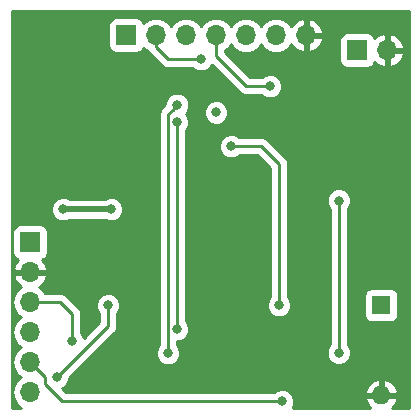
<source format=gbl>
G04 #@! TF.GenerationSoftware,KiCad,Pcbnew,(5.0.0-3-g5ebb6b6)*
G04 #@! TF.CreationDate,2018-11-09T10:28:32+01:00*
G04 #@! TF.ProjectId,WifiModem_IIC+,576966694D6F64656D5F4949432B2E6B,rev?*
G04 #@! TF.SameCoordinates,Original*
G04 #@! TF.FileFunction,Copper,L2,Bot,Signal*
G04 #@! TF.FilePolarity,Positive*
%FSLAX46Y46*%
G04 Gerber Fmt 4.6, Leading zero omitted, Abs format (unit mm)*
G04 Created by KiCad (PCBNEW (5.0.0-3-g5ebb6b6)) date Friday, 09 November 2018 at 10:28:32*
%MOMM*%
%LPD*%
G01*
G04 APERTURE LIST*
G04 #@! TA.AperFunction,ComponentPad*
%ADD10O,1.700000X1.700000*%
G04 #@! TD*
G04 #@! TA.AperFunction,ComponentPad*
%ADD11R,1.700000X1.700000*%
G04 #@! TD*
G04 #@! TA.AperFunction,ComponentPad*
%ADD12O,1.600000X1.600000*%
G04 #@! TD*
G04 #@! TA.AperFunction,ComponentPad*
%ADD13R,1.600000X1.600000*%
G04 #@! TD*
G04 #@! TA.AperFunction,ViaPad*
%ADD14C,0.800000*%
G04 #@! TD*
G04 #@! TA.AperFunction,Conductor*
%ADD15C,0.508000*%
G04 #@! TD*
G04 #@! TA.AperFunction,Conductor*
%ADD16C,0.250000*%
G04 #@! TD*
G04 #@! TA.AperFunction,Conductor*
%ADD17C,0.254000*%
G04 #@! TD*
G04 APERTURE END LIST*
D10*
G04 #@! TO.P,J2,6*
G04 #@! TO.N,iDTR*
X112268000Y-81534000D03*
G04 #@! TO.P,J2,5*
G04 #@! TO.N,RESET*
X112268000Y-78994000D03*
G04 #@! TO.P,J2,4*
G04 #@! TO.N,TXD0*
X112268000Y-76454000D03*
G04 #@! TO.P,J2,3*
G04 #@! TO.N,RXD0*
X112268000Y-73914000D03*
G04 #@! TO.P,J2,2*
G04 #@! TO.N,GND*
X112268000Y-71374000D03*
D11*
G04 #@! TO.P,J2,1*
G04 #@! TO.N,+3V3*
X112268000Y-68834000D03*
G04 #@! TD*
D12*
G04 #@! TO.P,SW2,2*
G04 #@! TO.N,GND*
X141986000Y-81788000D03*
D13*
G04 #@! TO.P,SW2,1*
G04 #@! TO.N,GPIO16*
X141986000Y-74168000D03*
G04 #@! TD*
D11*
G04 #@! TO.P,J5,1*
G04 #@! TO.N,Net-(D1-Pad2)*
X139954000Y-52578000D03*
D10*
G04 #@! TO.P,J5,2*
G04 #@! TO.N,GND*
X142494000Y-52578000D03*
G04 #@! TD*
G04 #@! TO.P,J3,7*
G04 #@! TO.N,GND*
X135636000Y-51308000D03*
G04 #@! TO.P,J3,6*
G04 #@! TO.N,DSR*
X133096000Y-51308000D03*
G04 #@! TO.P,J3,5*
G04 #@! TO.N,DTR*
X130556000Y-51308000D03*
G04 #@! TO.P,J3,4*
G04 #@! TO.N,DCD*
X128016000Y-51308000D03*
G04 #@! TO.P,J3,3*
G04 #@! TO.N,Tx*
X125476000Y-51308000D03*
G04 #@! TO.P,J3,2*
G04 #@! TO.N,Rx*
X122936000Y-51308000D03*
D11*
G04 #@! TO.P,J3,1*
G04 #@! TO.N,Net-(J3-Pad1)*
X120396000Y-51308000D03*
G04 #@! TD*
D14*
G04 #@! TO.N,+3V3*
X128016000Y-57852000D03*
X115061988Y-66040000D03*
X119125984Y-66040000D03*
G04 #@! TO.N,GND*
X121412000Y-64770000D03*
X120650000Y-59436000D03*
X112014000Y-54102000D03*
X112014000Y-60198000D03*
X132334000Y-69850000D03*
X118618000Y-61976000D03*
X138684000Y-57150000D03*
X138684000Y-62484000D03*
X125730000Y-80264000D03*
G04 #@! TO.N,iDTR*
X118871998Y-74168000D03*
X114554004Y-80264000D03*
G04 #@! TO.N,DCD*
X132588014Y-55626000D03*
G04 #@! TO.N,Rx*
X126745998Y-53340000D03*
G04 #@! TO.N,Net-(R1-Pad2)*
X138398000Y-78200000D03*
X138398000Y-65310000D03*
G04 #@! TO.N,RESET*
X133603992Y-82296000D03*
G04 #@! TO.N,RXD0*
X115819347Y-77220653D03*
G04 #@! TO.N,GPIO5*
X123952000Y-78232000D03*
X124724303Y-57200441D03*
G04 #@! TO.N,GPIO4*
X124714000Y-58674000D03*
X124714000Y-76200000D03*
G04 #@! TO.N,GPIO14*
X133349994Y-74168000D03*
X129285984Y-60706000D03*
G04 #@! TD*
D15*
G04 #@! TO.N,+3V3*
X115062000Y-66040000D02*
X119125984Y-66040000D01*
D16*
G04 #@! TO.N,iDTR*
X118871998Y-75946006D02*
X114954003Y-79864001D01*
X118871998Y-74168000D02*
X118871998Y-75946006D01*
X114954003Y-79864001D02*
X114554004Y-80264000D01*
G04 #@! TO.N,DCD*
X128016000Y-51054000D02*
X128016000Y-51308000D01*
X130556000Y-55626000D02*
X132588014Y-55626000D01*
X128016000Y-53086000D02*
X130556000Y-55626000D01*
X128016000Y-51308000D02*
X128016000Y-53086000D01*
G04 #@! TO.N,Rx*
X122936000Y-51308000D02*
X122936000Y-51054000D01*
X123952000Y-53340000D02*
X126180313Y-53340000D01*
X126180313Y-53340000D02*
X126745998Y-53340000D01*
X122936000Y-52324000D02*
X123952000Y-53340000D01*
X122936000Y-51308000D02*
X122936000Y-52324000D01*
G04 #@! TO.N,Net-(R1-Pad2)*
X138398000Y-78200000D02*
X138398000Y-65310000D01*
G04 #@! TO.N,RESET*
X133038307Y-82296000D02*
X133603992Y-82296000D01*
X113538000Y-80829004D02*
X115004996Y-82296000D01*
X115004996Y-82296000D02*
X133038307Y-82296000D01*
X113538000Y-80264000D02*
X113538000Y-80829004D01*
X112268000Y-78994000D02*
X113538000Y-80264000D01*
G04 #@! TO.N,RXD0*
X115819347Y-74925347D02*
X114808000Y-73914000D01*
X114808000Y-73914000D02*
X112268000Y-73914000D01*
X115819347Y-77220653D02*
X115819347Y-74925347D01*
G04 #@! TO.N,GPIO5*
X123952000Y-78232000D02*
X123952000Y-57972744D01*
X123952000Y-57972744D02*
X124324304Y-57600440D01*
X124324304Y-57600440D02*
X124724303Y-57200441D01*
G04 #@! TO.N,GPIO4*
X124714000Y-58674000D02*
X124714000Y-76200000D01*
G04 #@! TO.N,GPIO14*
X129685983Y-60706000D02*
X129285984Y-60706000D01*
X131826000Y-60706000D02*
X129685983Y-60706000D01*
X133349994Y-62229994D02*
X131826000Y-60706000D01*
X133349994Y-74168000D02*
X133349994Y-62229994D01*
G04 #@! TD*
D17*
G04 #@! TO.N,GND*
G36*
X144324001Y-82831000D02*
X142931003Y-82831000D01*
X143138389Y-82643134D01*
X143377914Y-82137041D01*
X143256629Y-81915000D01*
X142113000Y-81915000D01*
X142113000Y-81935000D01*
X141859000Y-81935000D01*
X141859000Y-81915000D01*
X140715371Y-81915000D01*
X140594086Y-82137041D01*
X140833611Y-82643134D01*
X141040997Y-82831000D01*
X134502664Y-82831000D01*
X134638992Y-82501874D01*
X134638992Y-82090126D01*
X134481423Y-81709720D01*
X134210662Y-81438959D01*
X140594086Y-81438959D01*
X140715371Y-81661000D01*
X141859000Y-81661000D01*
X141859000Y-80518085D01*
X142113000Y-80518085D01*
X142113000Y-81661000D01*
X143256629Y-81661000D01*
X143377914Y-81438959D01*
X143138389Y-80932866D01*
X142723423Y-80556959D01*
X142335039Y-80396096D01*
X142113000Y-80518085D01*
X141859000Y-80518085D01*
X141636961Y-80396096D01*
X141248577Y-80556959D01*
X140833611Y-80932866D01*
X140594086Y-81438959D01*
X134210662Y-81438959D01*
X134190272Y-81418569D01*
X133809866Y-81261000D01*
X133398118Y-81261000D01*
X133017712Y-81418569D01*
X132900281Y-81536000D01*
X115319798Y-81536000D01*
X114988217Y-81204419D01*
X115140284Y-81141431D01*
X115431435Y-80850280D01*
X115589004Y-80469874D01*
X115589004Y-80303801D01*
X117866679Y-78026126D01*
X122917000Y-78026126D01*
X122917000Y-78437874D01*
X123074569Y-78818280D01*
X123365720Y-79109431D01*
X123746126Y-79267000D01*
X124157874Y-79267000D01*
X124538280Y-79109431D01*
X124829431Y-78818280D01*
X124987000Y-78437874D01*
X124987000Y-78026126D01*
X124829431Y-77645720D01*
X124712000Y-77528289D01*
X124712000Y-77235000D01*
X124919874Y-77235000D01*
X125300280Y-77077431D01*
X125591431Y-76786280D01*
X125749000Y-76405874D01*
X125749000Y-75994126D01*
X125591431Y-75613720D01*
X125474000Y-75496289D01*
X125474000Y-60500126D01*
X128250984Y-60500126D01*
X128250984Y-60911874D01*
X128408553Y-61292280D01*
X128699704Y-61583431D01*
X129080110Y-61741000D01*
X129491858Y-61741000D01*
X129872264Y-61583431D01*
X129989695Y-61466000D01*
X131511199Y-61466000D01*
X132589995Y-62544797D01*
X132589994Y-73464289D01*
X132472563Y-73581720D01*
X132314994Y-73962126D01*
X132314994Y-74373874D01*
X132472563Y-74754280D01*
X132763714Y-75045431D01*
X133144120Y-75203000D01*
X133555868Y-75203000D01*
X133936274Y-75045431D01*
X134227425Y-74754280D01*
X134384994Y-74373874D01*
X134384994Y-73962126D01*
X134227425Y-73581720D01*
X134109994Y-73464289D01*
X134109994Y-65104126D01*
X137363000Y-65104126D01*
X137363000Y-65515874D01*
X137520569Y-65896280D01*
X137638001Y-66013712D01*
X137638000Y-77496289D01*
X137520569Y-77613720D01*
X137363000Y-77994126D01*
X137363000Y-78405874D01*
X137520569Y-78786280D01*
X137811720Y-79077431D01*
X138192126Y-79235000D01*
X138603874Y-79235000D01*
X138984280Y-79077431D01*
X139275431Y-78786280D01*
X139433000Y-78405874D01*
X139433000Y-77994126D01*
X139275431Y-77613720D01*
X139158000Y-77496289D01*
X139158000Y-73368000D01*
X140538560Y-73368000D01*
X140538560Y-74968000D01*
X140587843Y-75215765D01*
X140728191Y-75425809D01*
X140938235Y-75566157D01*
X141186000Y-75615440D01*
X142786000Y-75615440D01*
X143033765Y-75566157D01*
X143243809Y-75425809D01*
X143384157Y-75215765D01*
X143433440Y-74968000D01*
X143433440Y-73368000D01*
X143384157Y-73120235D01*
X143243809Y-72910191D01*
X143033765Y-72769843D01*
X142786000Y-72720560D01*
X141186000Y-72720560D01*
X140938235Y-72769843D01*
X140728191Y-72910191D01*
X140587843Y-73120235D01*
X140538560Y-73368000D01*
X139158000Y-73368000D01*
X139158000Y-66013711D01*
X139275431Y-65896280D01*
X139433000Y-65515874D01*
X139433000Y-65104126D01*
X139275431Y-64723720D01*
X138984280Y-64432569D01*
X138603874Y-64275000D01*
X138192126Y-64275000D01*
X137811720Y-64432569D01*
X137520569Y-64723720D01*
X137363000Y-65104126D01*
X134109994Y-65104126D01*
X134109994Y-62304841D01*
X134124882Y-62229994D01*
X134109994Y-62155147D01*
X134109994Y-62155142D01*
X134065898Y-61933457D01*
X133897923Y-61682065D01*
X133834467Y-61639665D01*
X132416331Y-60221530D01*
X132373929Y-60158071D01*
X132122537Y-59990096D01*
X131900852Y-59946000D01*
X131900847Y-59946000D01*
X131826000Y-59931112D01*
X131751153Y-59946000D01*
X129989695Y-59946000D01*
X129872264Y-59828569D01*
X129491858Y-59671000D01*
X129080110Y-59671000D01*
X128699704Y-59828569D01*
X128408553Y-60119720D01*
X128250984Y-60500126D01*
X125474000Y-60500126D01*
X125474000Y-59377711D01*
X125591431Y-59260280D01*
X125749000Y-58879874D01*
X125749000Y-58468126D01*
X125591431Y-58087720D01*
X125446083Y-57942372D01*
X125601734Y-57786721D01*
X125659970Y-57646126D01*
X126981000Y-57646126D01*
X126981000Y-58057874D01*
X127138569Y-58438280D01*
X127429720Y-58729431D01*
X127810126Y-58887000D01*
X128221874Y-58887000D01*
X128602280Y-58729431D01*
X128893431Y-58438280D01*
X129051000Y-58057874D01*
X129051000Y-57646126D01*
X128893431Y-57265720D01*
X128602280Y-56974569D01*
X128221874Y-56817000D01*
X127810126Y-56817000D01*
X127429720Y-56974569D01*
X127138569Y-57265720D01*
X126981000Y-57646126D01*
X125659970Y-57646126D01*
X125759303Y-57406315D01*
X125759303Y-56994567D01*
X125601734Y-56614161D01*
X125310583Y-56323010D01*
X124930177Y-56165441D01*
X124518429Y-56165441D01*
X124138023Y-56323010D01*
X123846872Y-56614161D01*
X123689303Y-56994567D01*
X123689303Y-57160639D01*
X123467527Y-57382415D01*
X123404072Y-57424815D01*
X123361672Y-57488271D01*
X123361671Y-57488272D01*
X123236097Y-57676207D01*
X123177112Y-57972744D01*
X123192001Y-58047596D01*
X123192000Y-77528289D01*
X123074569Y-77645720D01*
X122917000Y-78026126D01*
X117866679Y-78026126D01*
X119356471Y-76536335D01*
X119419927Y-76493935D01*
X119478768Y-76405874D01*
X119587902Y-76242544D01*
X119599218Y-76185653D01*
X119631998Y-76020858D01*
X119631998Y-76020854D01*
X119646886Y-75946006D01*
X119631998Y-75871158D01*
X119631998Y-74871711D01*
X119749429Y-74754280D01*
X119906998Y-74373874D01*
X119906998Y-73962126D01*
X119749429Y-73581720D01*
X119458278Y-73290569D01*
X119077872Y-73133000D01*
X118666124Y-73133000D01*
X118285718Y-73290569D01*
X117994567Y-73581720D01*
X117836998Y-73962126D01*
X117836998Y-74373874D01*
X117994567Y-74754280D01*
X118111998Y-74871711D01*
X118111999Y-75631203D01*
X116817465Y-76925738D01*
X116696778Y-76634373D01*
X116579347Y-76516942D01*
X116579347Y-75000195D01*
X116594235Y-74925347D01*
X116579347Y-74850499D01*
X116579347Y-74850495D01*
X116535251Y-74628810D01*
X116367276Y-74377418D01*
X116303820Y-74335018D01*
X115398331Y-73429530D01*
X115355929Y-73366071D01*
X115104537Y-73198096D01*
X114882852Y-73154000D01*
X114882847Y-73154000D01*
X114808000Y-73139112D01*
X114733153Y-73154000D01*
X113546178Y-73154000D01*
X113338625Y-72843375D01*
X113019522Y-72630157D01*
X113149358Y-72569183D01*
X113539645Y-72140924D01*
X113709476Y-71730890D01*
X113588155Y-71501000D01*
X112395000Y-71501000D01*
X112395000Y-71521000D01*
X112141000Y-71521000D01*
X112141000Y-71501000D01*
X110947845Y-71501000D01*
X110826524Y-71730890D01*
X110996355Y-72140924D01*
X111386642Y-72569183D01*
X111516478Y-72630157D01*
X111197375Y-72843375D01*
X110869161Y-73334582D01*
X110753908Y-73914000D01*
X110869161Y-74493418D01*
X111197375Y-74984625D01*
X111495761Y-75184000D01*
X111197375Y-75383375D01*
X110869161Y-75874582D01*
X110753908Y-76454000D01*
X110869161Y-77033418D01*
X111197375Y-77524625D01*
X111495761Y-77724000D01*
X111197375Y-77923375D01*
X110869161Y-78414582D01*
X110753908Y-78994000D01*
X110869161Y-79573418D01*
X111197375Y-80064625D01*
X111495761Y-80264000D01*
X111197375Y-80463375D01*
X110869161Y-80954582D01*
X110753908Y-81534000D01*
X110869161Y-82113418D01*
X111197375Y-82604625D01*
X111536169Y-82831000D01*
X110692000Y-82831000D01*
X110692000Y-67984000D01*
X110770560Y-67984000D01*
X110770560Y-69684000D01*
X110819843Y-69931765D01*
X110960191Y-70141809D01*
X111170235Y-70282157D01*
X111273708Y-70302739D01*
X110996355Y-70607076D01*
X110826524Y-71017110D01*
X110947845Y-71247000D01*
X112141000Y-71247000D01*
X112141000Y-71227000D01*
X112395000Y-71227000D01*
X112395000Y-71247000D01*
X113588155Y-71247000D01*
X113709476Y-71017110D01*
X113539645Y-70607076D01*
X113262292Y-70302739D01*
X113365765Y-70282157D01*
X113575809Y-70141809D01*
X113716157Y-69931765D01*
X113765440Y-69684000D01*
X113765440Y-67984000D01*
X113716157Y-67736235D01*
X113575809Y-67526191D01*
X113365765Y-67385843D01*
X113118000Y-67336560D01*
X111418000Y-67336560D01*
X111170235Y-67385843D01*
X110960191Y-67526191D01*
X110819843Y-67736235D01*
X110770560Y-67984000D01*
X110692000Y-67984000D01*
X110692000Y-65834126D01*
X114026988Y-65834126D01*
X114026988Y-66245874D01*
X114184557Y-66626280D01*
X114475708Y-66917431D01*
X114856114Y-67075000D01*
X115267862Y-67075000D01*
X115620338Y-66929000D01*
X118567634Y-66929000D01*
X118920110Y-67075000D01*
X119331858Y-67075000D01*
X119712264Y-66917431D01*
X120003415Y-66626280D01*
X120160984Y-66245874D01*
X120160984Y-65834126D01*
X120003415Y-65453720D01*
X119712264Y-65162569D01*
X119331858Y-65005000D01*
X118920110Y-65005000D01*
X118567634Y-65151000D01*
X115620338Y-65151000D01*
X115267862Y-65005000D01*
X114856114Y-65005000D01*
X114475708Y-65162569D01*
X114184557Y-65453720D01*
X114026988Y-65834126D01*
X110692000Y-65834126D01*
X110692000Y-50458000D01*
X118898560Y-50458000D01*
X118898560Y-52158000D01*
X118947843Y-52405765D01*
X119088191Y-52615809D01*
X119298235Y-52756157D01*
X119546000Y-52805440D01*
X121246000Y-52805440D01*
X121493765Y-52756157D01*
X121703809Y-52615809D01*
X121844157Y-52405765D01*
X121853184Y-52360381D01*
X121865375Y-52378625D01*
X122218974Y-52614892D01*
X122220097Y-52620537D01*
X122334713Y-52792071D01*
X122388072Y-52871929D01*
X122451528Y-52914329D01*
X123361671Y-53824473D01*
X123404071Y-53887929D01*
X123655463Y-54055904D01*
X123877148Y-54100000D01*
X123877153Y-54100000D01*
X123952000Y-54114888D01*
X124026847Y-54100000D01*
X126042287Y-54100000D01*
X126159718Y-54217431D01*
X126540124Y-54375000D01*
X126951872Y-54375000D01*
X127332278Y-54217431D01*
X127623429Y-53926280D01*
X127669721Y-53814522D01*
X129965673Y-56110476D01*
X130008071Y-56173929D01*
X130071524Y-56216327D01*
X130071526Y-56216329D01*
X130196902Y-56300102D01*
X130259463Y-56341904D01*
X130481148Y-56386000D01*
X130481152Y-56386000D01*
X130555999Y-56400888D01*
X130630846Y-56386000D01*
X131884303Y-56386000D01*
X132001734Y-56503431D01*
X132382140Y-56661000D01*
X132793888Y-56661000D01*
X133174294Y-56503431D01*
X133465445Y-56212280D01*
X133623014Y-55831874D01*
X133623014Y-55420126D01*
X133465445Y-55039720D01*
X133174294Y-54748569D01*
X132793888Y-54591000D01*
X132382140Y-54591000D01*
X132001734Y-54748569D01*
X131884303Y-54866000D01*
X130870803Y-54866000D01*
X128776000Y-52771199D01*
X128776000Y-52586178D01*
X129086625Y-52378625D01*
X129286000Y-52080239D01*
X129485375Y-52378625D01*
X129976582Y-52706839D01*
X130409744Y-52793000D01*
X130702256Y-52793000D01*
X131135418Y-52706839D01*
X131626625Y-52378625D01*
X131826000Y-52080239D01*
X132025375Y-52378625D01*
X132516582Y-52706839D01*
X132949744Y-52793000D01*
X133242256Y-52793000D01*
X133675418Y-52706839D01*
X134166625Y-52378625D01*
X134379843Y-52059522D01*
X134440817Y-52189358D01*
X134869076Y-52579645D01*
X135279110Y-52749476D01*
X135509000Y-52628155D01*
X135509000Y-51435000D01*
X135763000Y-51435000D01*
X135763000Y-52628155D01*
X135992890Y-52749476D01*
X136402924Y-52579645D01*
X136831183Y-52189358D01*
X137047848Y-51728000D01*
X138456560Y-51728000D01*
X138456560Y-53428000D01*
X138505843Y-53675765D01*
X138646191Y-53885809D01*
X138856235Y-54026157D01*
X139104000Y-54075440D01*
X140804000Y-54075440D01*
X141051765Y-54026157D01*
X141261809Y-53885809D01*
X141402157Y-53675765D01*
X141422739Y-53572292D01*
X141727076Y-53849645D01*
X142137110Y-54019476D01*
X142367000Y-53898155D01*
X142367000Y-52705000D01*
X142621000Y-52705000D01*
X142621000Y-53898155D01*
X142850890Y-54019476D01*
X143260924Y-53849645D01*
X143689183Y-53459358D01*
X143935486Y-52934892D01*
X143814819Y-52705000D01*
X142621000Y-52705000D01*
X142367000Y-52705000D01*
X142347000Y-52705000D01*
X142347000Y-52451000D01*
X142367000Y-52451000D01*
X142367000Y-51257845D01*
X142621000Y-51257845D01*
X142621000Y-52451000D01*
X143814819Y-52451000D01*
X143935486Y-52221108D01*
X143689183Y-51696642D01*
X143260924Y-51306355D01*
X142850890Y-51136524D01*
X142621000Y-51257845D01*
X142367000Y-51257845D01*
X142137110Y-51136524D01*
X141727076Y-51306355D01*
X141422739Y-51583708D01*
X141402157Y-51480235D01*
X141261809Y-51270191D01*
X141051765Y-51129843D01*
X140804000Y-51080560D01*
X139104000Y-51080560D01*
X138856235Y-51129843D01*
X138646191Y-51270191D01*
X138505843Y-51480235D01*
X138456560Y-51728000D01*
X137047848Y-51728000D01*
X137077486Y-51664892D01*
X136956819Y-51435000D01*
X135763000Y-51435000D01*
X135509000Y-51435000D01*
X135489000Y-51435000D01*
X135489000Y-51181000D01*
X135509000Y-51181000D01*
X135509000Y-49987845D01*
X135763000Y-49987845D01*
X135763000Y-51181000D01*
X136956819Y-51181000D01*
X137077486Y-50951108D01*
X136831183Y-50426642D01*
X136402924Y-50036355D01*
X135992890Y-49866524D01*
X135763000Y-49987845D01*
X135509000Y-49987845D01*
X135279110Y-49866524D01*
X134869076Y-50036355D01*
X134440817Y-50426642D01*
X134379843Y-50556478D01*
X134166625Y-50237375D01*
X133675418Y-49909161D01*
X133242256Y-49823000D01*
X132949744Y-49823000D01*
X132516582Y-49909161D01*
X132025375Y-50237375D01*
X131826000Y-50535761D01*
X131626625Y-50237375D01*
X131135418Y-49909161D01*
X130702256Y-49823000D01*
X130409744Y-49823000D01*
X129976582Y-49909161D01*
X129485375Y-50237375D01*
X129286000Y-50535761D01*
X129086625Y-50237375D01*
X128595418Y-49909161D01*
X128162256Y-49823000D01*
X127869744Y-49823000D01*
X127436582Y-49909161D01*
X126945375Y-50237375D01*
X126746000Y-50535761D01*
X126546625Y-50237375D01*
X126055418Y-49909161D01*
X125622256Y-49823000D01*
X125329744Y-49823000D01*
X124896582Y-49909161D01*
X124405375Y-50237375D01*
X124206000Y-50535761D01*
X124006625Y-50237375D01*
X123515418Y-49909161D01*
X123082256Y-49823000D01*
X122789744Y-49823000D01*
X122356582Y-49909161D01*
X121865375Y-50237375D01*
X121853184Y-50255619D01*
X121844157Y-50210235D01*
X121703809Y-50000191D01*
X121493765Y-49859843D01*
X121246000Y-49810560D01*
X119546000Y-49810560D01*
X119298235Y-49859843D01*
X119088191Y-50000191D01*
X118947843Y-50210235D01*
X118898560Y-50458000D01*
X110692000Y-50458000D01*
X110692000Y-49249000D01*
X144324000Y-49249000D01*
X144324001Y-82831000D01*
X144324001Y-82831000D01*
G37*
X144324001Y-82831000D02*
X142931003Y-82831000D01*
X143138389Y-82643134D01*
X143377914Y-82137041D01*
X143256629Y-81915000D01*
X142113000Y-81915000D01*
X142113000Y-81935000D01*
X141859000Y-81935000D01*
X141859000Y-81915000D01*
X140715371Y-81915000D01*
X140594086Y-82137041D01*
X140833611Y-82643134D01*
X141040997Y-82831000D01*
X134502664Y-82831000D01*
X134638992Y-82501874D01*
X134638992Y-82090126D01*
X134481423Y-81709720D01*
X134210662Y-81438959D01*
X140594086Y-81438959D01*
X140715371Y-81661000D01*
X141859000Y-81661000D01*
X141859000Y-80518085D01*
X142113000Y-80518085D01*
X142113000Y-81661000D01*
X143256629Y-81661000D01*
X143377914Y-81438959D01*
X143138389Y-80932866D01*
X142723423Y-80556959D01*
X142335039Y-80396096D01*
X142113000Y-80518085D01*
X141859000Y-80518085D01*
X141636961Y-80396096D01*
X141248577Y-80556959D01*
X140833611Y-80932866D01*
X140594086Y-81438959D01*
X134210662Y-81438959D01*
X134190272Y-81418569D01*
X133809866Y-81261000D01*
X133398118Y-81261000D01*
X133017712Y-81418569D01*
X132900281Y-81536000D01*
X115319798Y-81536000D01*
X114988217Y-81204419D01*
X115140284Y-81141431D01*
X115431435Y-80850280D01*
X115589004Y-80469874D01*
X115589004Y-80303801D01*
X117866679Y-78026126D01*
X122917000Y-78026126D01*
X122917000Y-78437874D01*
X123074569Y-78818280D01*
X123365720Y-79109431D01*
X123746126Y-79267000D01*
X124157874Y-79267000D01*
X124538280Y-79109431D01*
X124829431Y-78818280D01*
X124987000Y-78437874D01*
X124987000Y-78026126D01*
X124829431Y-77645720D01*
X124712000Y-77528289D01*
X124712000Y-77235000D01*
X124919874Y-77235000D01*
X125300280Y-77077431D01*
X125591431Y-76786280D01*
X125749000Y-76405874D01*
X125749000Y-75994126D01*
X125591431Y-75613720D01*
X125474000Y-75496289D01*
X125474000Y-60500126D01*
X128250984Y-60500126D01*
X128250984Y-60911874D01*
X128408553Y-61292280D01*
X128699704Y-61583431D01*
X129080110Y-61741000D01*
X129491858Y-61741000D01*
X129872264Y-61583431D01*
X129989695Y-61466000D01*
X131511199Y-61466000D01*
X132589995Y-62544797D01*
X132589994Y-73464289D01*
X132472563Y-73581720D01*
X132314994Y-73962126D01*
X132314994Y-74373874D01*
X132472563Y-74754280D01*
X132763714Y-75045431D01*
X133144120Y-75203000D01*
X133555868Y-75203000D01*
X133936274Y-75045431D01*
X134227425Y-74754280D01*
X134384994Y-74373874D01*
X134384994Y-73962126D01*
X134227425Y-73581720D01*
X134109994Y-73464289D01*
X134109994Y-65104126D01*
X137363000Y-65104126D01*
X137363000Y-65515874D01*
X137520569Y-65896280D01*
X137638001Y-66013712D01*
X137638000Y-77496289D01*
X137520569Y-77613720D01*
X137363000Y-77994126D01*
X137363000Y-78405874D01*
X137520569Y-78786280D01*
X137811720Y-79077431D01*
X138192126Y-79235000D01*
X138603874Y-79235000D01*
X138984280Y-79077431D01*
X139275431Y-78786280D01*
X139433000Y-78405874D01*
X139433000Y-77994126D01*
X139275431Y-77613720D01*
X139158000Y-77496289D01*
X139158000Y-73368000D01*
X140538560Y-73368000D01*
X140538560Y-74968000D01*
X140587843Y-75215765D01*
X140728191Y-75425809D01*
X140938235Y-75566157D01*
X141186000Y-75615440D01*
X142786000Y-75615440D01*
X143033765Y-75566157D01*
X143243809Y-75425809D01*
X143384157Y-75215765D01*
X143433440Y-74968000D01*
X143433440Y-73368000D01*
X143384157Y-73120235D01*
X143243809Y-72910191D01*
X143033765Y-72769843D01*
X142786000Y-72720560D01*
X141186000Y-72720560D01*
X140938235Y-72769843D01*
X140728191Y-72910191D01*
X140587843Y-73120235D01*
X140538560Y-73368000D01*
X139158000Y-73368000D01*
X139158000Y-66013711D01*
X139275431Y-65896280D01*
X139433000Y-65515874D01*
X139433000Y-65104126D01*
X139275431Y-64723720D01*
X138984280Y-64432569D01*
X138603874Y-64275000D01*
X138192126Y-64275000D01*
X137811720Y-64432569D01*
X137520569Y-64723720D01*
X137363000Y-65104126D01*
X134109994Y-65104126D01*
X134109994Y-62304841D01*
X134124882Y-62229994D01*
X134109994Y-62155147D01*
X134109994Y-62155142D01*
X134065898Y-61933457D01*
X133897923Y-61682065D01*
X133834467Y-61639665D01*
X132416331Y-60221530D01*
X132373929Y-60158071D01*
X132122537Y-59990096D01*
X131900852Y-59946000D01*
X131900847Y-59946000D01*
X131826000Y-59931112D01*
X131751153Y-59946000D01*
X129989695Y-59946000D01*
X129872264Y-59828569D01*
X129491858Y-59671000D01*
X129080110Y-59671000D01*
X128699704Y-59828569D01*
X128408553Y-60119720D01*
X128250984Y-60500126D01*
X125474000Y-60500126D01*
X125474000Y-59377711D01*
X125591431Y-59260280D01*
X125749000Y-58879874D01*
X125749000Y-58468126D01*
X125591431Y-58087720D01*
X125446083Y-57942372D01*
X125601734Y-57786721D01*
X125659970Y-57646126D01*
X126981000Y-57646126D01*
X126981000Y-58057874D01*
X127138569Y-58438280D01*
X127429720Y-58729431D01*
X127810126Y-58887000D01*
X128221874Y-58887000D01*
X128602280Y-58729431D01*
X128893431Y-58438280D01*
X129051000Y-58057874D01*
X129051000Y-57646126D01*
X128893431Y-57265720D01*
X128602280Y-56974569D01*
X128221874Y-56817000D01*
X127810126Y-56817000D01*
X127429720Y-56974569D01*
X127138569Y-57265720D01*
X126981000Y-57646126D01*
X125659970Y-57646126D01*
X125759303Y-57406315D01*
X125759303Y-56994567D01*
X125601734Y-56614161D01*
X125310583Y-56323010D01*
X124930177Y-56165441D01*
X124518429Y-56165441D01*
X124138023Y-56323010D01*
X123846872Y-56614161D01*
X123689303Y-56994567D01*
X123689303Y-57160639D01*
X123467527Y-57382415D01*
X123404072Y-57424815D01*
X123361672Y-57488271D01*
X123361671Y-57488272D01*
X123236097Y-57676207D01*
X123177112Y-57972744D01*
X123192001Y-58047596D01*
X123192000Y-77528289D01*
X123074569Y-77645720D01*
X122917000Y-78026126D01*
X117866679Y-78026126D01*
X119356471Y-76536335D01*
X119419927Y-76493935D01*
X119478768Y-76405874D01*
X119587902Y-76242544D01*
X119599218Y-76185653D01*
X119631998Y-76020858D01*
X119631998Y-76020854D01*
X119646886Y-75946006D01*
X119631998Y-75871158D01*
X119631998Y-74871711D01*
X119749429Y-74754280D01*
X119906998Y-74373874D01*
X119906998Y-73962126D01*
X119749429Y-73581720D01*
X119458278Y-73290569D01*
X119077872Y-73133000D01*
X118666124Y-73133000D01*
X118285718Y-73290569D01*
X117994567Y-73581720D01*
X117836998Y-73962126D01*
X117836998Y-74373874D01*
X117994567Y-74754280D01*
X118111998Y-74871711D01*
X118111999Y-75631203D01*
X116817465Y-76925738D01*
X116696778Y-76634373D01*
X116579347Y-76516942D01*
X116579347Y-75000195D01*
X116594235Y-74925347D01*
X116579347Y-74850499D01*
X116579347Y-74850495D01*
X116535251Y-74628810D01*
X116367276Y-74377418D01*
X116303820Y-74335018D01*
X115398331Y-73429530D01*
X115355929Y-73366071D01*
X115104537Y-73198096D01*
X114882852Y-73154000D01*
X114882847Y-73154000D01*
X114808000Y-73139112D01*
X114733153Y-73154000D01*
X113546178Y-73154000D01*
X113338625Y-72843375D01*
X113019522Y-72630157D01*
X113149358Y-72569183D01*
X113539645Y-72140924D01*
X113709476Y-71730890D01*
X113588155Y-71501000D01*
X112395000Y-71501000D01*
X112395000Y-71521000D01*
X112141000Y-71521000D01*
X112141000Y-71501000D01*
X110947845Y-71501000D01*
X110826524Y-71730890D01*
X110996355Y-72140924D01*
X111386642Y-72569183D01*
X111516478Y-72630157D01*
X111197375Y-72843375D01*
X110869161Y-73334582D01*
X110753908Y-73914000D01*
X110869161Y-74493418D01*
X111197375Y-74984625D01*
X111495761Y-75184000D01*
X111197375Y-75383375D01*
X110869161Y-75874582D01*
X110753908Y-76454000D01*
X110869161Y-77033418D01*
X111197375Y-77524625D01*
X111495761Y-77724000D01*
X111197375Y-77923375D01*
X110869161Y-78414582D01*
X110753908Y-78994000D01*
X110869161Y-79573418D01*
X111197375Y-80064625D01*
X111495761Y-80264000D01*
X111197375Y-80463375D01*
X110869161Y-80954582D01*
X110753908Y-81534000D01*
X110869161Y-82113418D01*
X111197375Y-82604625D01*
X111536169Y-82831000D01*
X110692000Y-82831000D01*
X110692000Y-67984000D01*
X110770560Y-67984000D01*
X110770560Y-69684000D01*
X110819843Y-69931765D01*
X110960191Y-70141809D01*
X111170235Y-70282157D01*
X111273708Y-70302739D01*
X110996355Y-70607076D01*
X110826524Y-71017110D01*
X110947845Y-71247000D01*
X112141000Y-71247000D01*
X112141000Y-71227000D01*
X112395000Y-71227000D01*
X112395000Y-71247000D01*
X113588155Y-71247000D01*
X113709476Y-71017110D01*
X113539645Y-70607076D01*
X113262292Y-70302739D01*
X113365765Y-70282157D01*
X113575809Y-70141809D01*
X113716157Y-69931765D01*
X113765440Y-69684000D01*
X113765440Y-67984000D01*
X113716157Y-67736235D01*
X113575809Y-67526191D01*
X113365765Y-67385843D01*
X113118000Y-67336560D01*
X111418000Y-67336560D01*
X111170235Y-67385843D01*
X110960191Y-67526191D01*
X110819843Y-67736235D01*
X110770560Y-67984000D01*
X110692000Y-67984000D01*
X110692000Y-65834126D01*
X114026988Y-65834126D01*
X114026988Y-66245874D01*
X114184557Y-66626280D01*
X114475708Y-66917431D01*
X114856114Y-67075000D01*
X115267862Y-67075000D01*
X115620338Y-66929000D01*
X118567634Y-66929000D01*
X118920110Y-67075000D01*
X119331858Y-67075000D01*
X119712264Y-66917431D01*
X120003415Y-66626280D01*
X120160984Y-66245874D01*
X120160984Y-65834126D01*
X120003415Y-65453720D01*
X119712264Y-65162569D01*
X119331858Y-65005000D01*
X118920110Y-65005000D01*
X118567634Y-65151000D01*
X115620338Y-65151000D01*
X115267862Y-65005000D01*
X114856114Y-65005000D01*
X114475708Y-65162569D01*
X114184557Y-65453720D01*
X114026988Y-65834126D01*
X110692000Y-65834126D01*
X110692000Y-50458000D01*
X118898560Y-50458000D01*
X118898560Y-52158000D01*
X118947843Y-52405765D01*
X119088191Y-52615809D01*
X119298235Y-52756157D01*
X119546000Y-52805440D01*
X121246000Y-52805440D01*
X121493765Y-52756157D01*
X121703809Y-52615809D01*
X121844157Y-52405765D01*
X121853184Y-52360381D01*
X121865375Y-52378625D01*
X122218974Y-52614892D01*
X122220097Y-52620537D01*
X122334713Y-52792071D01*
X122388072Y-52871929D01*
X122451528Y-52914329D01*
X123361671Y-53824473D01*
X123404071Y-53887929D01*
X123655463Y-54055904D01*
X123877148Y-54100000D01*
X123877153Y-54100000D01*
X123952000Y-54114888D01*
X124026847Y-54100000D01*
X126042287Y-54100000D01*
X126159718Y-54217431D01*
X126540124Y-54375000D01*
X126951872Y-54375000D01*
X127332278Y-54217431D01*
X127623429Y-53926280D01*
X127669721Y-53814522D01*
X129965673Y-56110476D01*
X130008071Y-56173929D01*
X130071524Y-56216327D01*
X130071526Y-56216329D01*
X130196902Y-56300102D01*
X130259463Y-56341904D01*
X130481148Y-56386000D01*
X130481152Y-56386000D01*
X130555999Y-56400888D01*
X130630846Y-56386000D01*
X131884303Y-56386000D01*
X132001734Y-56503431D01*
X132382140Y-56661000D01*
X132793888Y-56661000D01*
X133174294Y-56503431D01*
X133465445Y-56212280D01*
X133623014Y-55831874D01*
X133623014Y-55420126D01*
X133465445Y-55039720D01*
X133174294Y-54748569D01*
X132793888Y-54591000D01*
X132382140Y-54591000D01*
X132001734Y-54748569D01*
X131884303Y-54866000D01*
X130870803Y-54866000D01*
X128776000Y-52771199D01*
X128776000Y-52586178D01*
X129086625Y-52378625D01*
X129286000Y-52080239D01*
X129485375Y-52378625D01*
X129976582Y-52706839D01*
X130409744Y-52793000D01*
X130702256Y-52793000D01*
X131135418Y-52706839D01*
X131626625Y-52378625D01*
X131826000Y-52080239D01*
X132025375Y-52378625D01*
X132516582Y-52706839D01*
X132949744Y-52793000D01*
X133242256Y-52793000D01*
X133675418Y-52706839D01*
X134166625Y-52378625D01*
X134379843Y-52059522D01*
X134440817Y-52189358D01*
X134869076Y-52579645D01*
X135279110Y-52749476D01*
X135509000Y-52628155D01*
X135509000Y-51435000D01*
X135763000Y-51435000D01*
X135763000Y-52628155D01*
X135992890Y-52749476D01*
X136402924Y-52579645D01*
X136831183Y-52189358D01*
X137047848Y-51728000D01*
X138456560Y-51728000D01*
X138456560Y-53428000D01*
X138505843Y-53675765D01*
X138646191Y-53885809D01*
X138856235Y-54026157D01*
X139104000Y-54075440D01*
X140804000Y-54075440D01*
X141051765Y-54026157D01*
X141261809Y-53885809D01*
X141402157Y-53675765D01*
X141422739Y-53572292D01*
X141727076Y-53849645D01*
X142137110Y-54019476D01*
X142367000Y-53898155D01*
X142367000Y-52705000D01*
X142621000Y-52705000D01*
X142621000Y-53898155D01*
X142850890Y-54019476D01*
X143260924Y-53849645D01*
X143689183Y-53459358D01*
X143935486Y-52934892D01*
X143814819Y-52705000D01*
X142621000Y-52705000D01*
X142367000Y-52705000D01*
X142347000Y-52705000D01*
X142347000Y-52451000D01*
X142367000Y-52451000D01*
X142367000Y-51257845D01*
X142621000Y-51257845D01*
X142621000Y-52451000D01*
X143814819Y-52451000D01*
X143935486Y-52221108D01*
X143689183Y-51696642D01*
X143260924Y-51306355D01*
X142850890Y-51136524D01*
X142621000Y-51257845D01*
X142367000Y-51257845D01*
X142137110Y-51136524D01*
X141727076Y-51306355D01*
X141422739Y-51583708D01*
X141402157Y-51480235D01*
X141261809Y-51270191D01*
X141051765Y-51129843D01*
X140804000Y-51080560D01*
X139104000Y-51080560D01*
X138856235Y-51129843D01*
X138646191Y-51270191D01*
X138505843Y-51480235D01*
X138456560Y-51728000D01*
X137047848Y-51728000D01*
X137077486Y-51664892D01*
X136956819Y-51435000D01*
X135763000Y-51435000D01*
X135509000Y-51435000D01*
X135489000Y-51435000D01*
X135489000Y-51181000D01*
X135509000Y-51181000D01*
X135509000Y-49987845D01*
X135763000Y-49987845D01*
X135763000Y-51181000D01*
X136956819Y-51181000D01*
X137077486Y-50951108D01*
X136831183Y-50426642D01*
X136402924Y-50036355D01*
X135992890Y-49866524D01*
X135763000Y-49987845D01*
X135509000Y-49987845D01*
X135279110Y-49866524D01*
X134869076Y-50036355D01*
X134440817Y-50426642D01*
X134379843Y-50556478D01*
X134166625Y-50237375D01*
X133675418Y-49909161D01*
X133242256Y-49823000D01*
X132949744Y-49823000D01*
X132516582Y-49909161D01*
X132025375Y-50237375D01*
X131826000Y-50535761D01*
X131626625Y-50237375D01*
X131135418Y-49909161D01*
X130702256Y-49823000D01*
X130409744Y-49823000D01*
X129976582Y-49909161D01*
X129485375Y-50237375D01*
X129286000Y-50535761D01*
X129086625Y-50237375D01*
X128595418Y-49909161D01*
X128162256Y-49823000D01*
X127869744Y-49823000D01*
X127436582Y-49909161D01*
X126945375Y-50237375D01*
X126746000Y-50535761D01*
X126546625Y-50237375D01*
X126055418Y-49909161D01*
X125622256Y-49823000D01*
X125329744Y-49823000D01*
X124896582Y-49909161D01*
X124405375Y-50237375D01*
X124206000Y-50535761D01*
X124006625Y-50237375D01*
X123515418Y-49909161D01*
X123082256Y-49823000D01*
X122789744Y-49823000D01*
X122356582Y-49909161D01*
X121865375Y-50237375D01*
X121853184Y-50255619D01*
X121844157Y-50210235D01*
X121703809Y-50000191D01*
X121493765Y-49859843D01*
X121246000Y-49810560D01*
X119546000Y-49810560D01*
X119298235Y-49859843D01*
X119088191Y-50000191D01*
X118947843Y-50210235D01*
X118898560Y-50458000D01*
X110692000Y-50458000D01*
X110692000Y-49249000D01*
X144324000Y-49249000D01*
X144324001Y-82831000D01*
G04 #@! TD*
M02*

</source>
